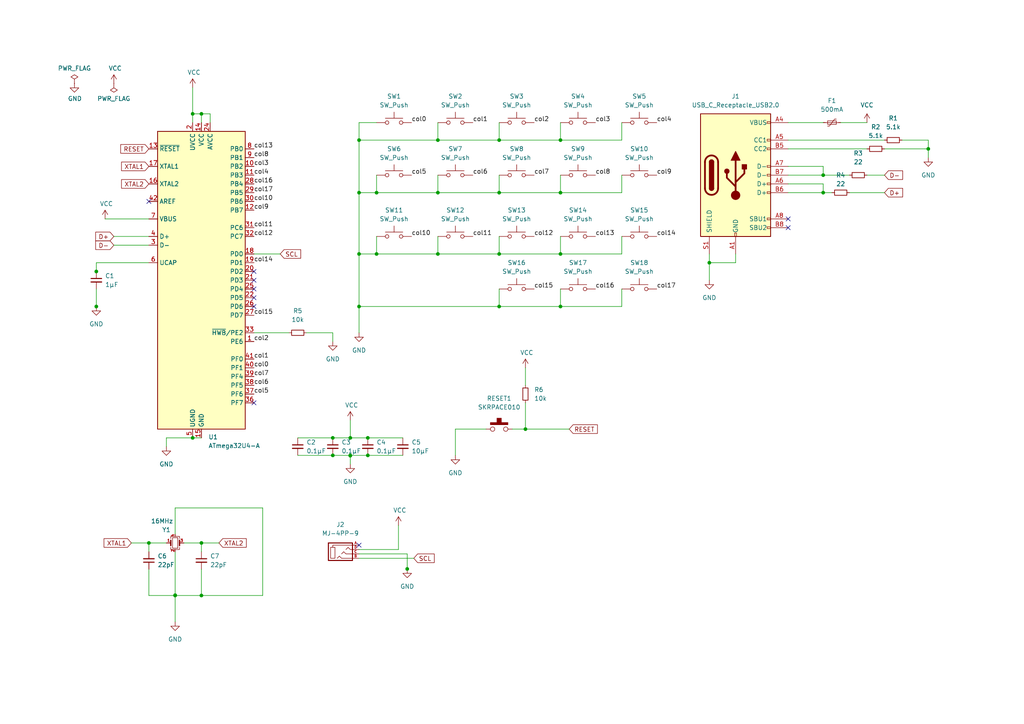
<source format=kicad_sch>
(kicad_sch (version 20211123) (generator eeschema)
  (paper "A4")
  (lib_symbols
    (symbol "Connector:USB_C_Receptacle_USB2.0" (pin_names (offset 1.016))
      (property "Reference" "J" (at -10.16 19.05 0))
      (property "Value" "USB_C_Receptacle_USB2.0" (at 19.05 19.05 0))
      (symbol "USB_C_Receptacle_USB2.0_0_0"
        (rectangle (start -0.254 -17.78) (end 0.254 -16.764))
        (rectangle (start 10.16 -14.986) (end 9.144 -15.494))
        (rectangle (start 10.16 -12.446) (end 9.144 -12.954))
        (rectangle (start 10.16 -4.826) (end 9.144 -5.334))
        (rectangle (start 10.16 -2.286) (end 9.144 -2.794))
        (rectangle (start 10.16 0.254) (end 9.144 -0.254))
        (rectangle (start 10.16 2.794) (end 9.144 2.286))
        (rectangle (start 10.16 7.874) (end 9.144 7.366))
        (rectangle (start 10.16 10.414) (end 9.144 9.906))
        (rectangle (start 10.16 15.494) (end 9.144 14.986))
      )
      (symbol "USB_C_Receptacle_USB2.0_0_1"
        (rectangle (start -10.16 17.78) (end 10.16 -17.78) (stroke (width 0.254)) (fill (type background)))
        (arc (start -8.89 -3.81) (mid -6.985 -5.715) (end -5.08 -3.81) (stroke (width 0.508)))
        (arc (start -7.62 -3.81) (mid -6.985 -4.445) (end -6.35 -3.81) (stroke (width 0.254)))
        (arc (start -7.62 -3.81) (mid -6.985 -4.445) (end -6.35 -3.81) (stroke (width 0.254)) (fill (type outline)))
        (rectangle (start -7.62 -3.81) (end -6.35 3.81) (stroke (width 0.254)) (fill (type outline)))
        (arc (start -6.35 3.81) (mid -6.985 4.445) (end -7.62 3.81) (stroke (width 0.254)))
        (arc (start -6.35 3.81) (mid -6.985 4.445) (end -7.62 3.81) (stroke (width 0.254)) (fill (type outline)))
        (arc (start -5.08 3.81) (mid -6.985 5.715) (end -8.89 3.81) (stroke (width 0.508)))
        (circle (center -2.54 1.143) (radius 0.635) (stroke (width 0.254)) (fill (type outline)))
        (circle (center 0 -5.842) (radius 1.27) (fill (type outline)))
        (polyline (pts (xy -8.89 -3.81) (xy -8.89 3.81)) (stroke (width 0.508)))
        (polyline (pts (xy -5.08 3.81) (xy -5.08 -3.81)) (stroke (width 0.508)))
        (polyline (pts (xy 0 -5.842) (xy 0 4.318)) (stroke (width 0.508)))
        (polyline (pts (xy 0 -3.302) (xy -2.54 -0.762) (xy -2.54 0.508)) (stroke (width 0.508)))
        (polyline (pts (xy 0 -2.032) (xy 2.54 0.508) (xy 2.54 1.778)) (stroke (width 0.508)))
        (polyline (pts (xy -1.27 4.318) (xy 0 6.858) (xy 1.27 4.318) (xy -1.27 4.318)) (stroke (width 0.254)) (fill (type outline)))
        (rectangle (start 1.905 1.778) (end 3.175 3.048) (stroke (width 0.254)) (fill (type outline)))
      )
      (symbol "USB_C_Receptacle_USB2.0_1_1"
        (pin passive line (at 0 -22.86 90) (length 5.08) (name "GND") (number "A1"))
        (pin passive line (at 0 -22.86 90) (length 5.08) hide (name "GND") (number "A12"))
        (pin passive line (at 15.24 15.24 180) (length 5.08) (name "VBUS") (number "A4"))
        (pin bidirectional line (at 15.24 10.16 180) (length 5.08) (name "CC1") (number "A5"))
        (pin bidirectional line (at 15.24 -2.54 180) (length 5.08) (name "D+") (number "A6"))
        (pin bidirectional line (at 15.24 2.54 180) (length 5.08) (name "D-") (number "A7"))
        (pin bidirectional line (at 15.24 -12.7 180) (length 5.08) (name "SBU1") (number "A8"))
        (pin passive line (at 15.24 15.24 180) (length 5.08) hide (name "VBUS") (number "A9"))
        (pin passive line (at 0 -22.86 90) (length 5.08) hide (name "GND") (number "B1"))
        (pin passive line (at 0 -22.86 90) (length 5.08) hide (name "GND") (number "B12"))
        (pin passive line (at 15.24 15.24 180) (length 5.08) hide (name "VBUS") (number "B4"))
        (pin bidirectional line (at 15.24 7.62 180) (length 5.08) (name "CC2") (number "B5"))
        (pin bidirectional line (at 15.24 -5.08 180) (length 5.08) (name "D+") (number "B6"))
        (pin bidirectional line (at 15.24 0 180) (length 5.08) (name "D-") (number "B7"))
        (pin bidirectional line (at 15.24 -15.24 180) (length 5.08) (name "SBU2") (number "B8"))
        (pin passive line (at 15.24 15.24 180) (length 5.08) hide (name "VBUS") (number "B9"))
        (pin passive line (at -7.62 -22.86 90) (length 5.08) (name "SHIELD") (number "S1"))
      )
    )
    (symbol "Device:C_Small" (pin_numbers hide) (pin_names (offset 0.254) hide)
      (property "Reference" "C" (at 0.254 1.778 0))
      (property "Value" "C_Small" (at 0.254 -2.032 0))
      (symbol "C_Small_0_1"
        (polyline (pts (xy -1.524 -0.508) (xy 1.524 -0.508)) (stroke (width 0.3302)))
        (polyline (pts (xy -1.524 0.508) (xy 1.524 0.508)) (stroke (width 0.3048)))
      )
      (symbol "C_Small_1_1"
        (pin passive line (at 0 2.54 270) (length 2.032) (name "~") (number "1"))
        (pin passive line (at 0 -2.54 90) (length 2.032) (name "~") (number "2"))
      )
    )
    (symbol "Device:Crystal_GND24_Small" (pin_names (offset 1.016) hide)
      (property "Reference" "Y" (at 1.27 4.445 0))
      (property "Value" "Crystal_GND24_Small" (at 1.27 2.54 0))
      (symbol "Crystal_GND24_Small_0_1"
        (rectangle (start -0.762 -1.524) (end 0.762 1.524))
        (polyline (pts (xy -1.27 -0.762) (xy -1.27 0.762)) (stroke (width 0.381)))
        (polyline (pts (xy 1.27 -0.762) (xy 1.27 0.762)) (stroke (width 0.381)))
        (polyline (pts (xy -1.27 -1.27) (xy -1.27 -1.905) (xy 1.27 -1.905) (xy 1.27 -1.27)))
        (polyline (pts (xy -1.27 1.27) (xy -1.27 1.905) (xy 1.27 1.905) (xy 1.27 1.27)))
      )
      (symbol "Crystal_GND24_Small_1_1"
        (pin passive line (at -2.54 0 0) (length 1.27) (name "1") (number "1"))
        (pin passive line (at 0 -2.54 90) (length 0.635) (name "2") (number "2"))
        (pin passive line (at 2.54 0 180) (length 1.27) (name "3") (number "3"))
        (pin passive line (at 0 2.54 270) (length 0.635) (name "4") (number "4"))
      )
    )
    (symbol "Device:Polyfuse_Small" (pin_numbers hide) (pin_names (offset 0))
      (property "Reference" "F" (at -1.905 0 90))
      (property "Value" "Polyfuse_Small" (at 1.905 0 90))
      (symbol "Polyfuse_Small_0_1"
        (rectangle (start -0.508 1.27) (end 0.508 -1.27))
        (polyline (pts (xy 0 2.54) (xy 0 -2.54)))
        (polyline (pts (xy -1.016 1.27) (xy -1.016 0.762) (xy 1.016 -0.762) (xy 1.016 -1.27)))
      )
      (symbol "Polyfuse_Small_1_1"
        (pin passive line (at 0 2.54 270) (length 0.635) (name "~") (number "1"))
        (pin passive line (at 0 -2.54 90) (length 0.635) (name "~") (number "2"))
      )
    )
    (symbol "Device:R_Small" (pin_numbers hide) (pin_names (offset 0.254) hide)
      (property "Reference" "R" (at 0.762 0.508 0))
      (property "Value" "R_Small" (at 0.762 -1.016 0))
      (symbol "R_Small_0_1"
        (rectangle (start -0.762 1.778) (end 0.762 -1.778) (stroke (width 0.2032)))
      )
      (symbol "R_Small_1_1"
        (pin passive line (at 0 2.54 270) (length 0.762) (name "~") (number "1"))
        (pin passive line (at 0 -2.54 90) (length 0.762) (name "~") (number "2"))
      )
    )
    (symbol "MCU_Microchip_ATmega:ATmega32U4-A"
      (property "Reference" "U" (at -12.7 44.45 0))
      (property "Value" "ATmega32U4-A" (at 2.54 -44.45 0))
      (symbol "ATmega32U4-A_0_1"
        (rectangle (start -12.7 -43.18) (end 12.7 43.18) (stroke (width 0.254)) (fill (type background)))
      )
      (symbol "ATmega32U4-A_1_1"
        (pin bidirectional line (at 15.24 -17.78 180) (length 2.54) (name "PE6") (number "1"))
        (pin bidirectional line (at 15.24 33.02 180) (length 2.54) (name "PB2") (number "10"))
        (pin bidirectional line (at 15.24 30.48 180) (length 2.54) (name "PB3") (number "11"))
        (pin bidirectional line (at 15.24 20.32 180) (length 2.54) (name "PB7") (number "12"))
        (pin input line (at -15.24 38.1 0) (length 2.54) (name "~{RESET}") (number "13"))
        (pin power_in line (at 0 45.72 270) (length 2.54) (name "VCC") (number "14"))
        (pin power_in line (at 0 -45.72 90) (length 2.54) (name "GND") (number "15"))
        (pin output line (at -15.24 27.94 0) (length 2.54) (name "XTAL2") (number "16"))
        (pin input line (at -15.24 33.02 0) (length 2.54) (name "XTAL1") (number "17"))
        (pin bidirectional line (at 15.24 7.62 180) (length 2.54) (name "PD0") (number "18"))
        (pin bidirectional line (at 15.24 5.08 180) (length 2.54) (name "PD1") (number "19"))
        (pin power_in line (at -2.54 45.72 270) (length 2.54) (name "UVCC") (number "2"))
        (pin bidirectional line (at 15.24 2.54 180) (length 2.54) (name "PD2") (number "20"))
        (pin bidirectional line (at 15.24 0 180) (length 2.54) (name "PD3") (number "21"))
        (pin bidirectional line (at 15.24 -5.08 180) (length 2.54) (name "PD5") (number "22"))
        (pin passive line (at 0 -45.72 90) (length 2.54) hide (name "GND") (number "23"))
        (pin power_in line (at 2.54 45.72 270) (length 2.54) (name "AVCC") (number "24"))
        (pin bidirectional line (at 15.24 -2.54 180) (length 2.54) (name "PD4") (number "25"))
        (pin bidirectional line (at 15.24 -7.62 180) (length 2.54) (name "PD6") (number "26"))
        (pin bidirectional line (at 15.24 -10.16 180) (length 2.54) (name "PD7") (number "27"))
        (pin bidirectional line (at 15.24 27.94 180) (length 2.54) (name "PB4") (number "28"))
        (pin bidirectional line (at 15.24 25.4 180) (length 2.54) (name "PB5") (number "29"))
        (pin bidirectional line (at -15.24 10.16 0) (length 2.54) (name "D-") (number "3"))
        (pin bidirectional line (at 15.24 22.86 180) (length 2.54) (name "PB6") (number "30"))
        (pin bidirectional line (at 15.24 15.24 180) (length 2.54) (name "PC6") (number "31"))
        (pin bidirectional line (at 15.24 12.7 180) (length 2.54) (name "PC7") (number "32"))
        (pin bidirectional line (at 15.24 -15.24 180) (length 2.54) (name "~{HWB}/PE2") (number "33"))
        (pin passive line (at 0 45.72 270) (length 2.54) hide (name "VCC") (number "34"))
        (pin passive line (at 0 -45.72 90) (length 2.54) hide (name "GND") (number "35"))
        (pin bidirectional line (at 15.24 -35.56 180) (length 2.54) (name "PF7") (number "36"))
        (pin bidirectional line (at 15.24 -33.02 180) (length 2.54) (name "PF6") (number "37"))
        (pin bidirectional line (at 15.24 -30.48 180) (length 2.54) (name "PF5") (number "38"))
        (pin bidirectional line (at 15.24 -27.94 180) (length 2.54) (name "PF4") (number "39"))
        (pin bidirectional line (at -15.24 12.7 0) (length 2.54) (name "D+") (number "4"))
        (pin bidirectional line (at 15.24 -25.4 180) (length 2.54) (name "PF1") (number "40"))
        (pin bidirectional line (at 15.24 -22.86 180) (length 2.54) (name "PF0") (number "41"))
        (pin passive line (at -15.24 22.86 0) (length 2.54) (name "AREF") (number "42"))
        (pin passive line (at 0 -45.72 90) (length 2.54) hide (name "GND") (number "43"))
        (pin passive line (at 2.54 45.72 270) (length 2.54) hide (name "AVCC") (number "44"))
        (pin passive line (at -2.54 -45.72 90) (length 2.54) (name "UGND") (number "5"))
        (pin passive line (at -15.24 5.08 0) (length 2.54) (name "UCAP") (number "6"))
        (pin input line (at -15.24 17.78 0) (length 2.54) (name "VBUS") (number "7"))
        (pin bidirectional line (at 15.24 38.1 180) (length 2.54) (name "PB0") (number "8"))
        (pin bidirectional line (at 15.24 35.56 180) (length 2.54) (name "PB1") (number "9"))
      )
    )
    (symbol "Switch:SW_Push" (pin_numbers hide) (pin_names (offset 1.016) hide)
      (property "Reference" "SW" (at 1.27 2.54 0))
      (property "Value" "SW_Push" (at 0 -1.524 0))
      (symbol "SW_Push_0_1"
        (circle (center -2.032 0) (radius 0.508))
        (polyline (pts (xy 0 1.27) (xy 0 3.048)))
        (polyline (pts (xy 2.54 1.27) (xy -2.54 1.27)))
        (circle (center 2.032 0) (radius 0.508))
        (pin passive line (at -5.08 0 0) (length 2.54) (name "1") (number "1"))
        (pin passive line (at 5.08 0 180) (length 2.54) (name "2") (number "2"))
      )
    )
    (symbol "foostan_kbd:MJ-4PP-9" (pin_names (offset 1.016))
      (property "Reference" "J" (at 0 3.81 0))
      (property "Value" "MJ-4PP-9" (at 0 -3.81 0))
      (symbol "MJ-4PP-9_0_1"
        (rectangle (start -1.905 -1.905) (end -3.175 1.27))
        (polyline (pts (xy -2.54 1.27) (xy -2.54 1.905) (xy 3.175 1.905)))
        (polyline (pts (xy -1.27 -1.905) (xy -0.635 -1.27) (xy 0 -1.905) (xy 3.175 -1.905)))
        (polyline (pts (xy 0 -0.635) (xy 0.635 0) (xy 1.27 -0.635) (xy 3.175 -0.635)))
        (polyline (pts (xy 1.27 0.635) (xy 1.905 1.27) (xy 2.54 0.635) (xy 3.175 0.635)))
        (rectangle (start 3.175 2.54) (end -3.81 -2.54) (stroke (width 0.3048)))
      )
      (symbol "MJ-4PP-9_1_1"
        (pin input line (at 5.08 1.905 180) (length 2.0066) (name "~") (number "A"))
        (pin input line (at 5.08 -1.905 180) (length 2.0066) (name "~") (number "B"))
        (pin input line (at 5.08 -0.635 180) (length 2.0066) (name "~") (number "C"))
        (pin input line (at 5.08 0.635 180) (length 2.0066) (name "~") (number "D"))
      )
    )
    (symbol "nosuz:SKRPACE010" (pin_numbers hide) (pin_names (offset 0) hide)
      (property "Reference" "SW" (at 3.175 3.81 0))
      (property "Value" "SKRPACE010" (at 0 -2.54 0))
      (symbol "SKRPACE010_0_1"
        (rectangle (start -2.54 1.27) (end 2.54 1.905) (fill (type outline)))
        (circle (center -1.905 0) (radius 0.635))
        (rectangle (start -0.635 1.905) (end 0.635 3.175) (fill (type outline)))
        (circle (center 1.905 0) (radius 0.635))
      )
      (symbol "SKRPACE010_1_1"
        (pin passive line (at -3.81 0 0) (length 1.27) (name "A") (number "1"))
        (pin passive line (at -3.81 0 0) (length 1.27) hide (name "B") (number "2"))
        (pin passive line (at 3.81 0 180) (length 1.27) (name "C") (number "3"))
        (pin passive line (at 3.81 0 180) (length 1.27) hide (name "D") (number "4"))
      )
    )
    (symbol "power:GND" (power) (pin_names (offset 0))
      (property "Value" "GND" (at 0 -3.81 0))
      (symbol "GND_0_1"
        (polyline (pts (xy 0 0) (xy 0 -1.27) (xy 1.27 -1.27) (xy 0 -2.54) (xy -1.27 -1.27) (xy 0 -1.27)))
      )
      (symbol "GND_1_1"
        (pin power_in line (at 0 0 270) (length 0) hide (name "GND") (number "1"))
      )
    )
    (symbol "power:PWR_FLAG" (power) (pin_numbers hide) (pin_names (offset 0) hide)
      (property "Value" "PWR_FLAG" (at 0 3.81 0))
      (symbol "PWR_FLAG_0_0"
        (pin power_out line (at 0 0 90) (length 0) (name "pwr") (number "1"))
      )
      (symbol "PWR_FLAG_0_1"
        (polyline (pts (xy 0 0) (xy 0 1.27) (xy -1.016 1.905) (xy 0 2.54) (xy 1.016 1.905) (xy 0 1.27)))
      )
    )
    (symbol "power:VCC" (power) (pin_names (offset 0))
      (property "Value" "VCC" (at 0 3.81 0))
      (symbol "VCC_0_1"
        (polyline (pts (xy -0.762 1.27) (xy 0 2.54)))
        (polyline (pts (xy 0 0) (xy 0 2.54)))
        (polyline (pts (xy 0 2.54) (xy 0.762 1.27)))
      )
      (symbol "VCC_1_1"
        (pin power_in line (at 0 0 90) (length 0) hide (name "VCC") (number "1"))
      )
    )
  )
  (junction (at 162.56 40.64))
  (junction (at 144.78 88.9))
  (junction (at 106.68 132.08))
  (junction (at 101.6 132.1653))
  (junction (at 127 40.64))
  (junction (at 109.22 73.66))
  (junction (at 50.8 172.6347))
  (junction (at 106.68 127))
  (junction (at 238.76 55.88))
  (junction (at 162.56 73.66))
  (junction (at 101.6 127))
  (junction (at 43.18 157.48))
  (junction (at 104.14 40.64))
  (junction (at 104.14 73.66))
  (junction (at 162.56 55.88))
  (junction (at 104.14 88.9))
  (junction (at 50.8 172.72))
  (junction (at 205.74 76.2))
  (junction (at 104.14 55.88))
  (junction (at 127 55.88))
  (junction (at 96.52 132.08))
  (junction (at 162.56 88.9))
  (junction (at 96.52 127))
  (junction (at 144.78 73.66))
  (junction (at 152.4 124.46))
  (junction (at 269.24 43.18))
  (junction (at 144.78 40.64))
  (junction (at 27.94 88.9))
  (junction (at 101.6 132.08))
  (junction (at 55.88 33.02))
  (junction (at 27.94 78.74))
  (junction (at 58.42 157.48))
  (junction (at 118.11 165.0147))
  (junction (at 238.76 50.8))
  (junction (at 55.88 127))
  (junction (at 58.42 33.02))
  (junction (at 109.22 55.88))
  (junction (at 127 73.66))
  (junction (at 58.42 172.72))
  (junction (at 144.78 55.88))
  (no_connect (at 228.6 66.04))
  (no_connect (at 228.6 63.5))
  (no_connect (at 73.66 78.74))
  (no_connect (at 73.66 81.28))
  (no_connect (at 73.66 83.82))
  (no_connect (at 73.66 86.36))
  (no_connect (at 73.66 88.9))
  (no_connect (at 104.14 158.115))
  (no_connect (at 73.66 116.84))
  (no_connect (at 43.18 58.42))
  (wire (pts (xy 109.22 55.88) (xy 104.14 55.88)))
  (wire (pts (xy 162.56 55.88) (xy 144.78 55.88)))
  (wire (pts (xy 55.88 33.02) (xy 55.88 35.56)))
  (wire (pts (xy 144.78 55.88) (xy 127 55.88)))
  (wire (pts (xy 180.34 68.58) (xy 180.34 73.66)))
  (wire (pts (xy 238.76 50.8) (xy 246.38 50.8)))
  (wire (pts (xy 162.56 83.82) (xy 162.56 88.9)))
  (wire (pts (xy 127 68.58) (xy 127 73.66)))
  (wire (pts (xy 104.14 40.64) (xy 104.14 55.88)))
  (wire (pts (xy 144.78 50.8) (xy 144.78 55.88)))
  (wire (pts (xy 152.4 106.68) (xy 152.4 111.76)))
  (wire (pts (xy 109.22 73.66) (xy 104.14 73.66)))
  (wire (pts (xy 118.11 165.0147) (xy 118.11 165.1)))
  (wire (pts (xy 30.48 63.5) (xy 43.18 63.5)))
  (wire (pts (xy 162.56 40.64) (xy 144.78 40.64)))
  (wire (pts (xy 148.59 124.46) (xy 152.4 124.46)))
  (wire (pts (xy 228.6 35.56) (xy 238.76 35.56)))
  (wire (pts (xy 132.08 124.46) (xy 132.08 132.08)))
  (wire (pts (xy 58.42 127) (xy 55.88 127)))
  (wire (pts (xy 162.56 68.58) (xy 162.56 73.66)))
  (wire (pts (xy 58.42 157.48) (xy 63.5 157.48)))
  (wire (pts (xy 243.84 35.56) (xy 251.46 35.56)))
  (wire (pts (xy 104.14 88.9) (xy 104.14 96.52)))
  (wire (pts (xy 162.56 50.8) (xy 162.56 55.88)))
  (wire (pts (xy 27.94 88.9) (xy 27.94 88.9853)))
  (wire (pts (xy 144.78 73.66) (xy 127 73.66)))
  (wire (pts (xy 132.08 124.46) (xy 140.97 124.46)))
  (wire (pts (xy 144.78 35.56) (xy 144.78 40.64)))
  (wire (pts (xy 76.2 147.32) (xy 76.2 172.72)))
  (wire (pts (xy 205.74 76.2) (xy 205.74 81.28)))
  (wire (pts (xy 58.42 157.48) (xy 58.42 160.02)))
  (wire (pts (xy 269.24 40.64) (xy 269.24 43.18)))
  (wire (pts (xy 228.6 48.26) (xy 238.76 48.26)))
  (wire (pts (xy 50.8 172.72) (xy 50.8 180.34)))
  (wire (pts (xy 115.57 159.385) (xy 115.57 152.4)))
  (wire (pts (xy 109.22 68.58) (xy 109.22 73.66)))
  (wire (pts (xy 50.8 154.94) (xy 50.8 147.32)))
  (wire (pts (xy 101.6 132.08) (xy 101.6 132.1653)))
  (wire (pts (xy 60.96 33.02) (xy 58.42 33.02)))
  (wire (pts (xy 180.34 83.82) (xy 180.34 88.9)))
  (wire (pts (xy 58.42 172.72) (xy 76.2 172.72)))
  (wire (pts (xy 180.34 55.88) (xy 162.56 55.88)))
  (wire (pts (xy 43.18 76.2) (xy 27.94 76.2)))
  (wire (pts (xy 261.62 40.64) (xy 269.24 40.64)))
  (wire (pts (xy 144.78 83.82) (xy 144.78 88.9)))
  (wire (pts (xy 251.46 50.8) (xy 256.54 50.8)))
  (wire (pts (xy 55.88 33.02) (xy 55.88 25.4)))
  (wire (pts (xy 162.56 73.66) (xy 144.78 73.66)))
  (wire (pts (xy 180.34 73.66) (xy 162.56 73.66)))
  (wire (pts (xy 101.6 127) (xy 106.68 127)))
  (wire (pts (xy 238.76 48.26) (xy 238.76 50.8)))
  (wire (pts (xy 27.94 78.74) (xy 27.94 78.8253)))
  (wire (pts (xy 43.18 157.48) (xy 48.26 157.48)))
  (wire (pts (xy 118.11 160.655) (xy 118.11 165.0147)))
  (wire (pts (xy 38.1 157.48) (xy 43.18 157.48)))
  (wire (pts (xy 27.94 83.82) (xy 27.94 88.9)))
  (wire (pts (xy 162.56 88.9) (xy 144.78 88.9)))
  (wire (pts (xy 180.34 35.56) (xy 180.34 40.64)))
  (wire (pts (xy 55.88 127) (xy 48.26 127)))
  (wire (pts (xy 180.34 50.8) (xy 180.34 55.88)))
  (wire (pts (xy 33.02 71.12) (xy 43.18 71.12)))
  (wire (pts (xy 86.36 127) (xy 96.52 127)))
  (wire (pts (xy 104.14 161.925) (xy 120.015 161.925)))
  (wire (pts (xy 213.36 76.2) (xy 205.74 76.2)))
  (wire (pts (xy 50.8 172.6347) (xy 50.8 172.72)))
  (wire (pts (xy 144.78 40.64) (xy 127 40.64)))
  (wire (pts (xy 43.18 157.48) (xy 43.18 160.02)))
  (wire (pts (xy 73.66 96.52) (xy 83.82 96.52)))
  (wire (pts (xy 152.4 116.84) (xy 152.4 124.46)))
  (wire (pts (xy 104.14 35.56) (xy 104.14 40.64)))
  (wire (pts (xy 50.8 172.72) (xy 58.42 172.72)))
  (wire (pts (xy 101.6 132.08) (xy 106.68 132.08)))
  (wire (pts (xy 109.22 35.56) (xy 104.14 35.56)))
  (wire (pts (xy 269.24 43.18) (xy 269.24 45.72)))
  (wire (pts (xy 228.6 50.8) (xy 238.76 50.8)))
  (wire (pts (xy 33.02 68.58) (xy 43.18 68.58)))
  (wire (pts (xy 50.8 147.32) (xy 76.2 147.32)))
  (wire (pts (xy 86.36 132.08) (xy 96.52 132.08)))
  (wire (pts (xy 205.74 73.66) (xy 205.74 76.2)))
  (wire (pts (xy 27.94 76.2) (xy 27.94 78.74)))
  (wire (pts (xy 53.34 157.48) (xy 58.42 157.48)))
  (wire (pts (xy 238.76 53.34) (xy 238.76 55.88)))
  (wire (pts (xy 101.6 121.92) (xy 101.6 127)))
  (wire (pts (xy 104.14 159.385) (xy 115.57 159.385)))
  (wire (pts (xy 96.52 96.52) (xy 96.52 99.06)))
  (wire (pts (xy 127 73.66) (xy 109.22 73.66)))
  (wire (pts (xy 180.34 40.64) (xy 162.56 40.64)))
  (wire (pts (xy 50.8 160.02) (xy 50.8 172.6347)))
  (wire (pts (xy 60.96 33.02) (xy 60.96 35.56)))
  (wire (pts (xy 162.56 35.56) (xy 162.56 40.64)))
  (wire (pts (xy 104.14 55.88) (xy 104.14 73.66)))
  (wire (pts (xy 96.52 132.08) (xy 101.6 132.08)))
  (wire (pts (xy 127 35.56) (xy 127 40.64)))
  (wire (pts (xy 104.14 73.66) (xy 104.14 88.9)))
  (wire (pts (xy 58.42 33.02) (xy 58.42 35.56)))
  (wire (pts (xy 58.42 33.02) (xy 55.88 33.02)))
  (wire (pts (xy 104.14 40.64) (xy 127 40.64)))
  (wire (pts (xy 228.6 43.18) (xy 251.46 43.18)))
  (wire (pts (xy 127 55.88) (xy 109.22 55.88)))
  (wire (pts (xy 109.22 50.8) (xy 109.22 55.88)))
  (wire (pts (xy 228.6 40.64) (xy 256.54 40.64)))
  (wire (pts (xy 180.34 88.9) (xy 162.56 88.9)))
  (wire (pts (xy 106.68 132.08) (xy 116.84 132.08)))
  (wire (pts (xy 152.4 124.46) (xy 165.1 124.46)))
  (wire (pts (xy 228.6 55.88) (xy 238.76 55.88)))
  (wire (pts (xy 106.68 127) (xy 116.84 127)))
  (wire (pts (xy 43.18 172.72) (xy 50.8 172.72)))
  (wire (pts (xy 88.9 96.52) (xy 96.52 96.52)))
  (wire (pts (xy 81.28 73.66) (xy 73.66 73.66)))
  (wire (pts (xy 96.52 127) (xy 101.6 127)))
  (wire (pts (xy 213.36 73.66) (xy 213.36 76.2)))
  (wire (pts (xy 256.54 43.18) (xy 269.24 43.18)))
  (wire (pts (xy 246.38 55.88) (xy 256.54 55.88)))
  (wire (pts (xy 48.26 127) (xy 48.26 129.54)))
  (wire (pts (xy 58.42 165.1) (xy 58.42 172.72)))
  (wire (pts (xy 127 50.8) (xy 127 55.88)))
  (wire (pts (xy 228.6 53.34) (xy 238.76 53.34)))
  (wire (pts (xy 104.14 160.655) (xy 118.11 160.655)))
  (wire (pts (xy 101.6 134.62) (xy 101.6 132.1653)))
  (wire (pts (xy 144.78 68.58) (xy 144.78 73.66)))
  (wire (pts (xy 238.76 55.88) (xy 241.3 55.88)))
  (wire (pts (xy 43.18 165.1) (xy 43.18 172.72)))
  (wire (pts (xy 144.78 88.9) (xy 104.14 88.9)))
  (label "col11" (at 73.66 66.04 0))
  (label "col9" (at 190.5 50.8 0))
  (label "col1" (at 73.66 104.14 0))
  (label "col5" (at 119.38 50.8 0))
  (label "col2" (at 154.94 35.56 0))
  (label "col4" (at 190.5 35.56 0))
  (label "col6" (at 73.66 111.76 0))
  (label "col14" (at 190.5 68.58 0))
  (label "col9" (at 73.66 60.96 0))
  (label "col13" (at 73.66 43.18 0))
  (label "col13" (at 172.72 68.58 0))
  (label "col15" (at 154.94 83.82 0))
  (label "col7" (at 154.94 50.8 0))
  (label "col12" (at 154.94 68.58 0))
  (label "col6" (at 137.16 50.8 0))
  (label "col16" (at 172.72 83.82 0))
  (label "col10" (at 73.66 58.42 0))
  (label "col17" (at 73.66 55.88 0))
  (label "col8" (at 172.72 50.8 0))
  (label "col12" (at 73.66 68.58 0))
  (label "col16" (at 73.66 53.34 0))
  (label "col17" (at 190.5 83.82 0))
  (label "col14" (at 73.66 76.2 0))
  (label "col0" (at 119.38 35.56 0))
  (label "col11" (at 137.16 68.58 0))
  (label "col1" (at 137.16 35.56 0))
  (label "col8" (at 73.66 45.72 0))
  (label "col3" (at 172.72 35.56 0))
  (label "col2" (at 73.66 99.06 0))
  (label "col5" (at 73.66 114.3 0))
  (label "col3" (at 73.66 48.26 0))
  (label "col0" (at 73.66 106.68 0))
  (label "col7" (at 73.66 109.22 0))
  (label "col4" (at 73.66 50.8 0))
  (label "col15" (at 73.66 91.44 0))
  (label "col10" (at 119.38 68.58 0))
  (global_label "D+" (shape input) (at 256.54 55.88 0) (property "シート間のリファレンス" "${INTERSHEET_REFS}" (effects hide)))
  (global_label "D-" (shape input) (at 256.54 50.8 0) (property "シート間のリファレンス" "${INTERSHEET_REFS}" (effects hide)))
  (global_label "XTAL2" (shape input) (at 63.5 157.48 0) (property "シート間のリファレンス" "${INTERSHEET_REFS}" (effects hide)))
  (global_label "SCL" (shape input) (at 81.28 73.66 0) (property "シート間のリファレンス" "${INTERSHEET_REFS}" (effects hide)))
  (global_label "SCL" (shape input) (at 120.015 161.925 0) (property "シート間のリファレンス" "${INTERSHEET_REFS}" (effects hide)))
  (global_label "XTAL1" (shape input) (at 38.1 157.48 180) (property "シート間のリファレンス" "${INTERSHEET_REFS}" (effects hide)))
  (global_label "RESET" (shape input) (at 165.1 124.46 0) (property "シート間のリファレンス" "${INTERSHEET_REFS}" (effects hide)))
  (global_label "XTAL2" (shape input) (at 43.18 53.34 180) (property "シート間のリファレンス" "${INTERSHEET_REFS}" (effects hide)))
  (global_label "RESET" (shape input) (at 43.18 43.18 180) (property "シート間のリファレンス" "${INTERSHEET_REFS}" (effects hide)))
  (global_label "D+" (shape input) (at 33.02 68.58 180) (property "シート間のリファレンス" "${INTERSHEET_REFS}" (effects hide)))
  (global_label "D-" (shape input) (at 33.02 71.12 180) (property "シート間のリファレンス" "${INTERSHEET_REFS}" (effects hide)))
  (global_label "XTAL1" (shape input) (at 43.18 48.26 180) (property "シート間のリファレンス" "${INTERSHEET_REFS}" (effects hide)))
  (symbol (lib_id "power:GND") (at 96.52 99.06 0) (unit 1)
    (property "Reference" "#PWR010" (effects hide))
    (property "Value" "GND" (at 96.52 104.14 0))
  )
  (symbol (lib_id "Device:R_Small") (at 248.92 50.8 90) (unit 1)
    (property "Reference" "R3" (at 248.92 44.45 90))
    (property "Value" "22" (at 248.92 46.99 90))
    (property "Footprint" "Resistor_SMD:R_0805_2012Metric" (effects hide))
    (property "LCSC" "C17561" (effects hide))
  )
  (symbol (lib_id "Switch:SW_Push") (at 114.3 68.58 0) (unit 1)
    (property "Reference" "SW11" (at 114.3 60.96 0))
    (property "Value" "SW_Push" (at 114.3 63.5 0))
    (property "Footprint" "split mini:CherryMX_Hotswap" (effects hide))
  )
  (symbol (lib_id "Switch:SW_Push") (at 185.42 35.56 0) (unit 1)
    (property "Reference" "SW5" (at 185.42 27.94 0))
    (property "Value" "SW_Push" (at 185.42 30.48 0))
    (property "Footprint" "split mini:CherryMX_Hotswap" (effects hide))
  )
  (symbol (lib_id "power:GND") (at 205.74 81.28 0) (unit 1)
    (property "Reference" "#PWR07" (effects hide))
    (property "Value" "GND" (at 205.74 86.36 0))
  )
  (symbol (lib_id "Switch:SW_Push") (at 149.86 35.56 0) (unit 1)
    (property "Reference" "SW3" (at 149.86 27.94 0))
    (property "Value" "SW_Push" (at 149.86 30.48 0))
    (property "Footprint" "split mini:CherryMX_Hotswap" (effects hide))
  )
  (symbol (lib_id "Switch:SW_Push") (at 167.64 83.82 0) (unit 1)
    (property "Reference" "SW17" (at 167.64 76.2 0))
    (property "Value" "SW_Push" (at 167.64 78.74 0))
    (property "Footprint" "split mini:CherryMX_Hotswap" (effects hide))
  )
  (symbol (lib_id "power:GND") (at 132.08 132.08 0) (unit 1)
    (property "Reference" "#PWR014" (effects hide))
    (property "Value" "GND" (at 132.08 137.16 0))
  )
  (symbol (lib_id "Switch:SW_Push") (at 167.64 50.8 0) (unit 1)
    (property "Reference" "SW9" (at 167.64 43.18 0))
    (property "Value" "SW_Push" (at 167.64 45.72 0))
    (property "Footprint" "split mini:CherryMX_Hotswap" (effects hide))
  )
  (symbol (lib_id "Device:C_Small") (at 43.18 162.56 180) (unit 1)
    (property "Reference" "C6" (at 45.72 161.2835 0) (effects (justify right)))
    (property "Value" "22pF" (at 45.72 163.8235 0) (effects (justify right)))
    (property "Footprint" "Capacitor_SMD:C_0805_2012Metric" (effects hide))
    (property "LCSC" "C1804" (effects hide))
  )
  (symbol (lib_id "Switch:SW_Push") (at 149.86 50.8 0) (unit 1)
    (property "Reference" "SW8" (at 149.86 43.18 0))
    (property "Value" "SW_Push" (at 149.86 45.72 0))
    (property "Footprint" "split mini:CherryMX_Hotswap" (effects hide))
  )
  (symbol (lib_id "Device:R_Small") (at 254 43.18 90) (unit 1)
    (property "Reference" "R2" (at 254 36.83 90))
    (property "Value" "5.1k" (at 254 39.37 90))
    (property "Footprint" "Resistor_SMD:R_0805_2012Metric" (effects hide))
    (property "LCSC" "C17561" (effects hide))
  )
  (symbol (lib_id "Switch:SW_Push") (at 132.08 68.58 0) (unit 1)
    (property "Reference" "SW12" (at 132.08 60.96 0))
    (property "Value" "SW_Push" (at 132.08 63.5 0))
    (property "Footprint" "split mini:CherryMX_Hotswap" (effects hide))
  )
  (symbol (lib_id "Device:R_Small") (at 86.36 96.52 90) (unit 1)
    (property "Reference" "R5" (at 86.36 90.17 90))
    (property "Value" "10k" (at 86.36 92.71 90))
    (property "Footprint" "Resistor_SMD:R_0805_2012Metric" (effects hide))
    (property "LCSC" "C17414" (effects hide))
  )
  (symbol (lib_id "Device:C_Small") (at 27.94 81.28 0) (unit 1)
    (property "Reference" "C1" (at 30.48 80.0162 0) (effects (justify left)))
    (property "Value" "1μF" (at 30.48 82.5562 0) (effects (justify left)))
    (property "Footprint" "Capacitor_SMD:C_0805_2012Metric" (effects hide))
    (property "LCSC" "C28323" (effects hide))
  )
  (symbol (lib_id "Switch:SW_Push") (at 185.42 83.82 0) (unit 1)
    (property "Reference" "SW18" (at 185.42 76.2 0))
    (property "Value" "SW_Push" (at 185.42 78.74 0))
    (property "Footprint" "split mini:CherryMX_Hotswap" (effects hide))
  )
  (symbol (lib_id "power:GND") (at 27.94 88.9 0) (unit 1)
    (property "Reference" "#PWR08" (effects hide))
    (property "Value" "GND" (at 27.94 93.98 0))
  )
  (symbol (lib_id "Device:C_Small") (at 106.68 129.54 0) (unit 1)
    (property "Reference" "C4" (at 109.22 128.2762 0) (effects (justify left)))
    (property "Value" "0.1μF" (at 109.22 130.8162 0) (effects (justify left)))
    (property "Footprint" "Capacitor_SMD:C_0805_2012Metric" (effects hide))
    (property "LCSC" "C49678" (effects hide))
  )
  (symbol (lib_id "power:VCC") (at 30.48 63.5 0) (unit 1)
    (property "Reference" "#PWR06" (effects hide))
    (property "Value" "VCC" (at 30.861 59.1058 0))
  )
  (symbol (lib_id "power:GND") (at 104.14 96.52 0) (unit 1)
    (property "Reference" "#PWR09" (effects hide))
    (property "Value" "GND" (at 104.14 101.6 0))
  )
  (symbol (lib_id "power:PWR_FLAG") (at 33.02 24.2153 180) (unit 1)
    (property "Reference" "#FLG02" (effects hide))
    (property "Value" "PWR_FLAG" (at 33.02 28.6095 0))
  )
  (symbol (lib_id "Switch:SW_Push") (at 114.3 35.56 0) (unit 1)
    (property "Reference" "SW1" (at 114.3 27.94 0))
    (property "Value" "SW_Push" (at 114.3 30.48 0))
    (property "Footprint" "split mini:CherryMX_Hotswap" (effects hide))
  )
  (symbol (lib_id "Switch:SW_Push") (at 149.86 83.82 0) (unit 1)
    (property "Reference" "SW16" (at 149.86 76.2 0))
    (property "Value" "SW_Push" (at 149.86 78.74 0))
    (property "Footprint" "split mini:CherryMX_Hotswap" (effects hide))
  )
  (symbol (lib_id "power:GND") (at 269.24 45.72 0) (unit 1)
    (property "Reference" "#PWR05" (effects hide))
    (property "Value" "GND" (at 269.24 50.8 0))
  )
  (symbol (lib_id "power:GND") (at 118.11 165.0147 0) (unit 1)
    (property "Reference" "#PWR017" (effects hide))
    (property "Value" "GND" (at 118.11 170.0947 0))
  )
  (symbol (lib_id "Device:R_Small") (at 243.84 55.88 90) (unit 1)
    (property "Reference" "R4" (at 243.84 50.8 90))
    (property "Value" "22" (at 243.84 53.34 90))
    (property "Footprint" "Resistor_SMD:R_0805_2012Metric" (effects hide))
    (property "LCSC" "C17561" (effects hide))
  )
  (symbol (lib_id "power:VCC") (at 101.6 121.92 0) (unit 1)
    (property "Reference" "#PWR012" (effects hide))
    (property "Value" "VCC" (at 101.981 117.5258 0))
  )
  (symbol (lib_id "Device:R_Small") (at 152.4 114.3 0) (unit 1)
    (property "Reference" "R6" (at 154.94 113.0299 0) (effects (justify left)))
    (property "Value" "10k" (at 154.94 115.5699 0) (effects (justify left)))
    (property "Footprint" "Resistor_SMD:R_0805_2012Metric" (effects hide))
    (property "LCSC" "C17414" (effects hide))
  )
  (symbol (lib_id "Device:Crystal_GND24_Small") (at 50.8 157.48 0) (unit 1)
    (property "Reference" "Y1" (at 48.26 153.67 0))
    (property "Value" "16MHz" (at 46.99 151.13 0))
    (property "Footprint" "Crystal:Crystal_SMD_SeikoEpson_FA238-4Pin_3.2x2.5mm_HandSoldering" (effects hide))
    (property "LCSC" "C13738" (effects hide))
  )
  (symbol (lib_id "Switch:SW_Push") (at 167.64 68.58 0) (unit 1)
    (property "Reference" "SW14" (at 167.64 60.96 0))
    (property "Value" "SW_Push" (at 167.64 63.5 0))
    (property "Footprint" "split mini:CherryMX_Hotswap" (effects hide))
  )
  (symbol (lib_id "power:GND") (at 50.8 180.34 0) (unit 1)
    (property "Reference" "#PWR018" (effects hide))
    (property "Value" "GND" (at 50.8 185.42 0))
  )
  (symbol (lib_id "nosuz:SKRPACE010") (at 144.78 124.46 0) (unit 1)
    (property "Reference" "RESET1" (at 144.78 115.57 0))
    (property "Value" "SKRPACE010" (at 144.78 118.11 0))
    (property "Footprint" "nosuz:SKRPAxE010" (effects hide))
    (property "Datasheet" "https://tech.alpsalpine.com/prod/j/html/tact/surfacemount/skrp/skrpabe010.html" (effects hide))
  )
  (symbol (lib_id "power:GND") (at 48.26 129.54 0) (unit 1)
    (property "Reference" "#PWR013" (effects hide))
    (property "Value" "GND" (at 48.26 134.62 0))
  )
  (symbol (lib_id "Switch:SW_Push") (at 132.08 50.8 0) (unit 1)
    (property "Reference" "SW7" (at 132.08 43.18 0))
    (property "Value" "SW_Push" (at 132.08 45.72 0))
    (property "Footprint" "split mini:CherryMX_Hotswap" (effects hide))
  )
  (symbol (lib_id "Device:C_Small") (at 96.52 129.54 0) (unit 1)
    (property "Reference" "C3" (at 99.06 128.2762 0) (effects (justify left)))
    (property "Value" "0.1μF" (at 99.06 130.8162 0) (effects (justify left)))
    (property "Footprint" "Capacitor_SMD:C_0805_2012Metric" (effects hide))
    (property "LCSC" "C49678" (effects hide))
  )
  (symbol (lib_id "Switch:SW_Push") (at 149.86 68.58 0) (unit 1)
    (property "Reference" "SW13" (at 149.86 60.96 0))
    (property "Value" "SW_Push" (at 149.86 63.5 0))
    (property "Footprint" "split mini:CherryMX_Hotswap" (effects hide))
  )
  (symbol (lib_id "power:VCC") (at 55.88 25.4 0) (unit 1)
    (property "Reference" "#PWR03" (effects hide))
    (property "Value" "VCC" (at 56.261 21.0058 0))
  )
  (symbol (lib_id "power:GND") (at 21.59 24.2153 0) (unit 1)
    (property "Reference" "#PWR01" (effects hide))
    (property "Value" "GND" (at 21.717 28.6095 0))
  )
  (symbol (lib_id "Switch:SW_Push") (at 132.08 35.56 0) (unit 1)
    (property "Reference" "SW2" (at 132.08 27.94 0))
    (property "Value" "SW_Push" (at 132.08 30.48 0))
    (property "Footprint" "split mini:CherryMX_Hotswap" (effects hide))
  )
  (symbol (lib_id "Device:Polyfuse_Small") (at 241.3 35.56 90) (unit 1)
    (property "Reference" "F1" (at 241.3 29.21 90))
    (property "Value" "500mA" (at 241.3 31.75 90))
    (property "Footprint" "Fuse:Fuse_1206_3216Metric" (effects hide))
    (property "LCSC" "C883125" (effects hide))
  )
  (symbol (lib_id "Device:C_Small") (at 58.42 162.56 0) (mirror y) (unit 1)
    (property "Reference" "C7" (at 60.96 161.2962 0) (effects (justify right)))
    (property "Value" "22pF" (at 60.96 163.8362 0) (effects (justify right)))
    (property "Footprint" "Capacitor_SMD:C_0805_2012Metric" (effects hide))
    (property "LCSC" "C1804" (effects hide))
  )
  (symbol (lib_id "Switch:SW_Push") (at 185.42 68.58 0) (unit 1)
    (property "Reference" "SW15" (at 185.42 60.96 0))
    (property "Value" "SW_Push" (at 185.42 63.5 0))
    (property "Footprint" "split mini:CherryMX_Hotswap" (effects hide))
  )
  (symbol (lib_id "power:VCC") (at 152.4 106.68 0) (unit 1)
    (property "Reference" "#PWR011" (effects hide))
    (property "Value" "VCC" (at 152.781 102.2858 0))
  )
  (symbol (lib_id "Device:R_Small") (at 259.08 40.64 90) (unit 1)
    (property "Reference" "R1" (at 259.08 34.29 90))
    (property "Value" "5.1k" (at 259.08 36.83 90))
    (property "Footprint" "Resistor_SMD:R_0805_2012Metric" (effects hide))
    (property "LCSC" "C17561" (effects hide))
  )
  (symbol (lib_id "Switch:SW_Push") (at 167.64 35.56 0) (unit 1)
    (property "Reference" "SW4" (at 167.64 27.94 0))
    (property "Value" "SW_Push" (at 167.64 30.48 0))
    (property "Footprint" "split mini:CherryMX_Hotswap" (effects hide))
  )
  (symbol (lib_id "Connector:USB_C_Receptacle_USB2.0") (at 213.36 50.8 0) (unit 1)
    (property "Reference" "J1" (at 213.36 27.94 0))
    (property "Value" "USB_C_Receptacle_USB2.0" (at 213.36 30.48 0))
    (property "Footprint" "split mini:USB_C_Receptacle_Neltron_5077CR-16SMC2" (effects hide))
    (property "Datasheet" "https://www.usb.org/sites/default/files/documents/usb_type-c.zip" (effects hide))
  )
  (symbol (lib_id "foostan_kbd:MJ-4PP-9") (at 99.06 160.02 0) (unit 1)
    (property "Reference" "J2" (at 98.7425 152.146 0))
    (property "Value" "MJ-4PP-9" (at 98.7425 154.686 0))
    (property "Footprint" "split mini:MJ-4PP-9_1side" (effects hide))
  )
  (symbol (lib_id "power:VCC") (at 251.46 35.56 0) (unit 1)
    (property "Reference" "#PWR04" (effects hide))
    (property "Value" "VCC" (at 251.46 30.48 0))
  )
  (symbol (lib_id "power:PWR_FLAG") (at 21.59 24.2153 0) (unit 1)
    (property "Reference" "#FLG01" (effects hide))
    (property "Value" "PWR_FLAG" (at 21.59 19.8211 0))
  )
  (symbol (lib_id "power:GND") (at 101.6 134.62 0) (unit 1)
    (property "Reference" "#PWR015" (effects hide))
    (property "Value" "GND" (at 101.6 139.7 0))
  )
  (symbol (lib_id "Device:C_Small") (at 86.36 129.54 0) (unit 1)
    (property "Reference" "C2" (at 88.9 128.2762 0) (effects (justify left)))
    (property "Value" "0.1μF" (at 88.9 130.8162 0) (effects (justify left)))
    (property "Footprint" "Capacitor_SMD:C_0805_2012Metric" (effects hide))
    (property "LCSC" "C49678" (effects hide))
  )
  (symbol (lib_id "Switch:SW_Push") (at 185.42 50.8 0) (unit 1)
    (property "Reference" "SW10" (at 185.42 43.18 0))
    (property "Value" "SW_Push" (at 185.42 45.72 0))
    (property "Footprint" "split mini:CherryMX_Hotswap" (effects hide))
  )
  (symbol (lib_id "power:VCC") (at 115.57 152.4 0) (unit 1)
    (property "Reference" "#PWR016" (effects hide))
    (property "Value" "VCC" (at 115.951 148.0058 0))
  )
  (symbol (lib_id "MCU_Microchip_ATmega:ATmega32U4-A") (at 58.42 81.28 0) (unit 1)
    (property "Reference" "U1" (at 60.4394 126.746 0) (effects (justify left)))
    (property "Value" "ATmega32U4-A" (at 60.4394 129.286 0) (effects (justify left)))
    (property "Footprint" "Package_QFP:LQFP-44_10x10mm_P0.8mm" (effects hide))
    (property "Datasheet" "http://ww1.microchip.com/downloads/en/DeviceDoc/Atmel-7766-8-bit-AVR-ATmega16U4-32U4_Datasheet.pdf" (effects hide))
  )
  (symbol (lib_id "Device:C_Small") (at 116.84 129.54 0) (unit 1)
    (property "Reference" "C5" (at 119.38 128.2762 0) (effects (justify left)))
    (property "Value" "10μF" (at 119.38 130.8162 0) (effects (justify left)))
    (property "Footprint" "Capacitor_SMD:C_0805_2012Metric" (effects hide))
    (property "LCSC" "C440198" (effects hide))
  )
  (symbol (lib_id "power:VCC") (at 33.02 24.2153 0) (unit 1)
    (property "Reference" "#PWR02" (effects hide))
    (property "Value" "VCC" (at 33.401 19.8211 0))
  )
  (symbol (lib_id "Switch:SW_Push") (at 114.3 50.8 0) (unit 1)
    (property "Reference" "SW6" (at 114.3 43.18 0))
    (property "Value" "SW_Push" (at 114.3 45.72 0))
    (property "Footprint" "split mini:CherryMX_Hotswap" (effects hide))
  )
)
</source>
